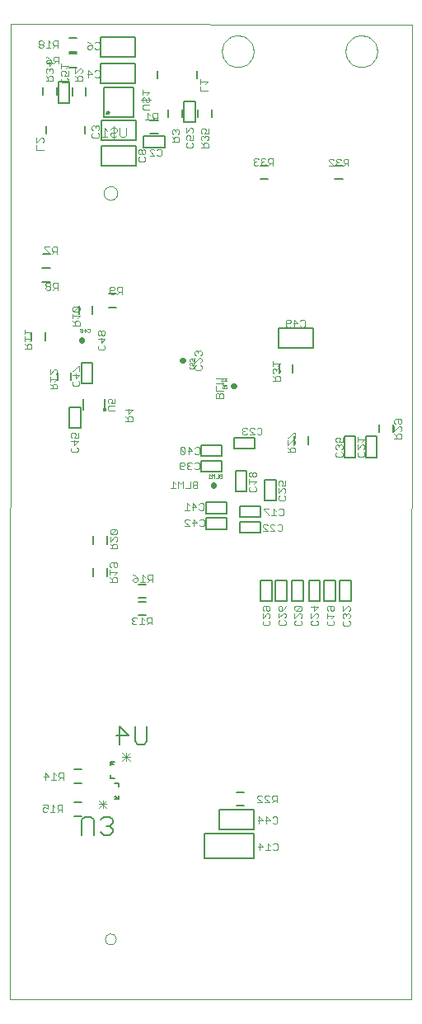
<source format=gbo>
G75*
%MOIN*%
%OFA0B0*%
%FSLAX24Y24*%
%IPPOS*%
%LPD*%
%AMOC8*
5,1,8,0,0,1.08239X$1,22.5*
%
%ADD10C,0.0000*%
%ADD11C,0.0030*%
%ADD12C,0.0080*%
%ADD13C,0.0060*%
%ADD14C,0.0220*%
%ADD15C,0.0010*%
%ADD16C,0.0050*%
%ADD17R,0.0118X0.0118*%
D10*
X002495Y003425D02*
X002515Y042865D01*
X018747Y042855D01*
X018717Y003425D01*
X002495Y003425D01*
X006338Y005873D02*
X006340Y005902D01*
X006346Y005930D01*
X006355Y005958D01*
X006368Y005984D01*
X006385Y006007D01*
X006404Y006029D01*
X006426Y006048D01*
X006451Y006063D01*
X006477Y006076D01*
X006505Y006084D01*
X006533Y006089D01*
X006562Y006090D01*
X006591Y006087D01*
X006619Y006080D01*
X006646Y006070D01*
X006672Y006056D01*
X006695Y006039D01*
X006716Y006019D01*
X006734Y005996D01*
X006749Y005971D01*
X006760Y005944D01*
X006768Y005916D01*
X006772Y005887D01*
X006772Y005859D01*
X006768Y005830D01*
X006760Y005802D01*
X006749Y005775D01*
X006734Y005750D01*
X006716Y005727D01*
X006695Y005707D01*
X006672Y005690D01*
X006646Y005676D01*
X006619Y005666D01*
X006591Y005659D01*
X006562Y005656D01*
X006533Y005657D01*
X006505Y005662D01*
X006477Y005670D01*
X006451Y005683D01*
X006426Y005698D01*
X006404Y005717D01*
X006385Y005739D01*
X006368Y005762D01*
X006355Y005788D01*
X006346Y005816D01*
X006340Y005844D01*
X006338Y005873D01*
X006279Y036031D02*
X006281Y036064D01*
X006287Y036096D01*
X006296Y036127D01*
X006309Y036157D01*
X006326Y036185D01*
X006346Y036211D01*
X006369Y036235D01*
X006394Y036255D01*
X006422Y036273D01*
X006451Y036287D01*
X006482Y036297D01*
X006514Y036304D01*
X006547Y036307D01*
X006580Y036306D01*
X006612Y036301D01*
X006643Y036292D01*
X006674Y036280D01*
X006702Y036264D01*
X006729Y036245D01*
X006753Y036223D01*
X006774Y036198D01*
X006793Y036171D01*
X006808Y036142D01*
X006819Y036112D01*
X006827Y036080D01*
X006831Y036047D01*
X006831Y036015D01*
X006827Y035982D01*
X006819Y035950D01*
X006808Y035920D01*
X006793Y035891D01*
X006774Y035864D01*
X006753Y035839D01*
X006729Y035817D01*
X006702Y035798D01*
X006674Y035782D01*
X006643Y035770D01*
X006612Y035761D01*
X006580Y035756D01*
X006547Y035755D01*
X006514Y035758D01*
X006482Y035765D01*
X006451Y035775D01*
X006422Y035789D01*
X006394Y035807D01*
X006369Y035827D01*
X006346Y035851D01*
X006326Y035877D01*
X006309Y035905D01*
X006296Y035935D01*
X006287Y035966D01*
X006281Y035998D01*
X006279Y036031D01*
X011065Y041765D02*
X011067Y041815D01*
X011073Y041865D01*
X011083Y041914D01*
X011096Y041963D01*
X011114Y042010D01*
X011135Y042056D01*
X011159Y042099D01*
X011187Y042141D01*
X011218Y042181D01*
X011252Y042218D01*
X011289Y042252D01*
X011329Y042283D01*
X011371Y042311D01*
X011414Y042335D01*
X011460Y042356D01*
X011507Y042374D01*
X011556Y042387D01*
X011605Y042397D01*
X011655Y042403D01*
X011705Y042405D01*
X011755Y042403D01*
X011805Y042397D01*
X011854Y042387D01*
X011903Y042374D01*
X011950Y042356D01*
X011996Y042335D01*
X012039Y042311D01*
X012081Y042283D01*
X012121Y042252D01*
X012158Y042218D01*
X012192Y042181D01*
X012223Y042141D01*
X012251Y042099D01*
X012275Y042056D01*
X012296Y042010D01*
X012314Y041963D01*
X012327Y041914D01*
X012337Y041865D01*
X012343Y041815D01*
X012345Y041765D01*
X012343Y041715D01*
X012337Y041665D01*
X012327Y041616D01*
X012314Y041567D01*
X012296Y041520D01*
X012275Y041474D01*
X012251Y041431D01*
X012223Y041389D01*
X012192Y041349D01*
X012158Y041312D01*
X012121Y041278D01*
X012081Y041247D01*
X012039Y041219D01*
X011996Y041195D01*
X011950Y041174D01*
X011903Y041156D01*
X011854Y041143D01*
X011805Y041133D01*
X011755Y041127D01*
X011705Y041125D01*
X011655Y041127D01*
X011605Y041133D01*
X011556Y041143D01*
X011507Y041156D01*
X011460Y041174D01*
X011414Y041195D01*
X011371Y041219D01*
X011329Y041247D01*
X011289Y041278D01*
X011252Y041312D01*
X011218Y041349D01*
X011187Y041389D01*
X011159Y041431D01*
X011135Y041474D01*
X011114Y041520D01*
X011096Y041567D01*
X011083Y041616D01*
X011073Y041665D01*
X011067Y041715D01*
X011065Y041765D01*
X016065Y041765D02*
X016067Y041815D01*
X016073Y041865D01*
X016083Y041914D01*
X016096Y041963D01*
X016114Y042010D01*
X016135Y042056D01*
X016159Y042099D01*
X016187Y042141D01*
X016218Y042181D01*
X016252Y042218D01*
X016289Y042252D01*
X016329Y042283D01*
X016371Y042311D01*
X016414Y042335D01*
X016460Y042356D01*
X016507Y042374D01*
X016556Y042387D01*
X016605Y042397D01*
X016655Y042403D01*
X016705Y042405D01*
X016755Y042403D01*
X016805Y042397D01*
X016854Y042387D01*
X016903Y042374D01*
X016950Y042356D01*
X016996Y042335D01*
X017039Y042311D01*
X017081Y042283D01*
X017121Y042252D01*
X017158Y042218D01*
X017192Y042181D01*
X017223Y042141D01*
X017251Y042099D01*
X017275Y042056D01*
X017296Y042010D01*
X017314Y041963D01*
X017327Y041914D01*
X017337Y041865D01*
X017343Y041815D01*
X017345Y041765D01*
X017343Y041715D01*
X017337Y041665D01*
X017327Y041616D01*
X017314Y041567D01*
X017296Y041520D01*
X017275Y041474D01*
X017251Y041431D01*
X017223Y041389D01*
X017192Y041349D01*
X017158Y041312D01*
X017121Y041278D01*
X017081Y041247D01*
X017039Y041219D01*
X016996Y041195D01*
X016950Y041174D01*
X016903Y041156D01*
X016854Y041143D01*
X016805Y041133D01*
X016755Y041127D01*
X016705Y041125D01*
X016655Y041127D01*
X016605Y041133D01*
X016556Y041143D01*
X016507Y041156D01*
X016460Y041174D01*
X016414Y041195D01*
X016371Y041219D01*
X016329Y041247D01*
X016289Y041278D01*
X016252Y041312D01*
X016218Y041349D01*
X016187Y041389D01*
X016159Y041431D01*
X016135Y041474D01*
X016114Y041520D01*
X016096Y041567D01*
X016083Y041616D01*
X016073Y041665D01*
X016067Y041715D01*
X016065Y041765D01*
D11*
X016025Y037420D02*
X015977Y037372D01*
X015977Y037275D01*
X016025Y037227D01*
X016170Y037227D01*
X016073Y037227D02*
X015977Y037130D01*
X015875Y037178D02*
X015827Y037130D01*
X015730Y037130D01*
X015682Y037178D01*
X015682Y037227D01*
X015730Y037275D01*
X015779Y037275D01*
X015730Y037275D02*
X015682Y037323D01*
X015682Y037372D01*
X015730Y037420D01*
X015827Y037420D01*
X015875Y037372D01*
X016025Y037420D02*
X016170Y037420D01*
X016170Y037130D01*
X015581Y037130D02*
X015387Y037323D01*
X015387Y037372D01*
X015436Y037420D01*
X015532Y037420D01*
X015581Y037372D01*
X015581Y037130D02*
X015387Y037130D01*
X013130Y037150D02*
X013130Y037440D01*
X012985Y037440D01*
X012937Y037392D01*
X012937Y037295D01*
X012985Y037247D01*
X013130Y037247D01*
X013033Y037247D02*
X012937Y037150D01*
X012835Y037198D02*
X012787Y037150D01*
X012690Y037150D01*
X012642Y037198D01*
X012642Y037247D01*
X012690Y037295D01*
X012739Y037295D01*
X012690Y037295D02*
X012642Y037343D01*
X012642Y037392D01*
X012690Y037440D01*
X012787Y037440D01*
X012835Y037392D01*
X012541Y037392D02*
X012492Y037440D01*
X012396Y037440D01*
X012347Y037392D01*
X012347Y037343D01*
X012396Y037295D01*
X012347Y037247D01*
X012347Y037198D01*
X012396Y037150D01*
X012492Y037150D01*
X012541Y037198D01*
X012444Y037295D02*
X012396Y037295D01*
X010510Y037866D02*
X010510Y038011D01*
X010462Y038060D01*
X010365Y038060D01*
X010317Y038011D01*
X010317Y037866D01*
X010317Y037963D02*
X010220Y038060D01*
X010268Y038161D02*
X010220Y038209D01*
X010220Y038306D01*
X010268Y038354D01*
X010317Y038354D01*
X010365Y038306D01*
X010365Y038257D01*
X010365Y038306D02*
X010413Y038354D01*
X010462Y038354D01*
X010510Y038306D01*
X010510Y038209D01*
X010462Y038161D01*
X010510Y038455D02*
X010365Y038455D01*
X010413Y038552D01*
X010413Y038600D01*
X010365Y038649D01*
X010268Y038649D01*
X010220Y038600D01*
X010220Y038504D01*
X010268Y038455D01*
X010510Y038455D02*
X010510Y038649D01*
X009900Y038610D02*
X009900Y038514D01*
X009852Y038465D01*
X009900Y038364D02*
X009900Y038171D01*
X009755Y038171D01*
X009803Y038267D01*
X009803Y038316D01*
X009755Y038364D01*
X009658Y038364D01*
X009610Y038316D01*
X009610Y038219D01*
X009658Y038171D01*
X009658Y038070D02*
X009610Y038021D01*
X009610Y037924D01*
X009658Y037876D01*
X009852Y037876D01*
X009900Y037924D01*
X009900Y038021D01*
X009852Y038070D01*
X010220Y037866D02*
X010510Y037866D01*
X009900Y038610D02*
X009852Y038659D01*
X009803Y038659D01*
X009610Y038465D01*
X009610Y038659D01*
X009330Y038560D02*
X009330Y038464D01*
X009282Y038415D01*
X009282Y038314D02*
X009185Y038314D01*
X009137Y038266D01*
X009137Y038121D01*
X009137Y038217D02*
X009040Y038314D01*
X009088Y038415D02*
X009040Y038464D01*
X009040Y038560D01*
X009088Y038609D01*
X009137Y038609D01*
X009185Y038560D01*
X009185Y038512D01*
X009185Y038560D02*
X009233Y038609D01*
X009282Y038609D01*
X009330Y038560D01*
X009282Y038314D02*
X009330Y038266D01*
X009330Y038121D01*
X009040Y038121D01*
X008630Y037772D02*
X008630Y037578D01*
X008582Y037530D01*
X008485Y037530D01*
X008437Y037578D01*
X008335Y037530D02*
X008142Y037723D01*
X008142Y037772D01*
X008190Y037820D01*
X008287Y037820D01*
X008335Y037772D01*
X008437Y037772D02*
X008485Y037820D01*
X008582Y037820D01*
X008630Y037772D01*
X008335Y037530D02*
X008142Y037530D01*
X007970Y037455D02*
X007970Y037358D01*
X007922Y037310D01*
X007728Y037310D01*
X007680Y037358D01*
X007680Y037455D01*
X007728Y037503D01*
X007728Y037605D02*
X007777Y037605D01*
X007825Y037653D01*
X007825Y037750D01*
X007777Y037798D01*
X007728Y037798D01*
X007680Y037750D01*
X007680Y037653D01*
X007728Y037605D01*
X007825Y037653D02*
X007873Y037605D01*
X007922Y037605D01*
X007970Y037653D01*
X007970Y037750D01*
X007922Y037798D01*
X007873Y037798D01*
X007825Y037750D01*
X007922Y037503D02*
X007970Y037455D01*
X007113Y038300D02*
X006990Y038300D01*
X006928Y038362D01*
X006928Y038670D01*
X006807Y038609D02*
X006745Y038670D01*
X006621Y038670D01*
X006560Y038609D01*
X006438Y038547D02*
X006315Y038670D01*
X006315Y038300D01*
X006438Y038300D02*
X006191Y038300D01*
X006090Y038319D02*
X006042Y038271D01*
X005848Y038271D01*
X005800Y038319D01*
X005800Y038416D01*
X005848Y038464D01*
X005848Y038565D02*
X005800Y038614D01*
X005800Y038710D01*
X005848Y038759D01*
X005897Y038759D01*
X005945Y038710D01*
X005945Y038662D01*
X005945Y038710D02*
X005993Y038759D01*
X006042Y038759D01*
X006090Y038710D01*
X006090Y038614D01*
X006042Y038565D01*
X006042Y038464D02*
X006090Y038416D01*
X006090Y038319D01*
X006560Y038362D02*
X006560Y038423D01*
X006621Y038485D01*
X006745Y038485D01*
X006807Y038547D01*
X006807Y038609D01*
X006683Y038732D02*
X006683Y038238D01*
X006621Y038300D02*
X006560Y038362D01*
X006621Y038300D02*
X006745Y038300D01*
X006807Y038362D01*
X007113Y038300D02*
X007175Y038362D01*
X007175Y038670D01*
X007952Y038990D02*
X008145Y038990D01*
X008049Y038990D02*
X008049Y039280D01*
X008145Y039183D01*
X008247Y039135D02*
X008295Y039087D01*
X008440Y039087D01*
X008343Y039087D02*
X008247Y038990D01*
X008247Y039135D02*
X008247Y039232D01*
X008295Y039280D01*
X008440Y039280D01*
X008440Y038990D01*
X008130Y039410D02*
X007888Y039410D01*
X007840Y039458D01*
X007840Y039555D01*
X007888Y039603D01*
X008130Y039603D01*
X008082Y039705D02*
X008130Y039753D01*
X008130Y039850D01*
X008082Y039898D01*
X007985Y039850D02*
X007985Y039753D01*
X008033Y039705D01*
X008082Y039705D01*
X008179Y039801D02*
X007792Y039801D01*
X007840Y039753D02*
X007840Y039850D01*
X007888Y039898D01*
X007937Y039898D01*
X007985Y039850D01*
X008033Y039999D02*
X008130Y040096D01*
X007840Y040096D01*
X007840Y039999D02*
X007840Y040193D01*
X007840Y039753D02*
X007888Y039705D01*
X006110Y040748D02*
X006062Y040700D01*
X005965Y040700D01*
X005917Y040748D01*
X005815Y040845D02*
X005622Y040845D01*
X005670Y040700D02*
X005670Y040990D01*
X005815Y040845D01*
X005917Y040942D02*
X005965Y040990D01*
X006062Y040990D01*
X006110Y040942D01*
X006110Y040748D01*
X005410Y040725D02*
X005362Y040773D01*
X005265Y040773D01*
X005217Y040725D01*
X005217Y040580D01*
X005217Y040677D02*
X005120Y040773D01*
X005120Y040875D02*
X005313Y041068D01*
X005362Y041068D01*
X005410Y041020D01*
X005410Y040923D01*
X005362Y040875D01*
X005410Y040725D02*
X005410Y040580D01*
X005120Y040580D01*
X004840Y040538D02*
X004792Y040490D01*
X004598Y040490D01*
X004550Y040538D01*
X004550Y040635D01*
X004598Y040683D01*
X004598Y040785D02*
X004550Y040833D01*
X004550Y040930D01*
X004598Y040978D01*
X004695Y040978D01*
X004743Y040930D01*
X004743Y040881D01*
X004695Y040785D01*
X004840Y040785D01*
X004840Y040978D01*
X004743Y041079D02*
X004840Y041176D01*
X004550Y041176D01*
X004550Y041079D02*
X004550Y041273D01*
X004450Y041260D02*
X004450Y041550D01*
X004305Y041550D01*
X004257Y041502D01*
X004257Y041405D01*
X004305Y041357D01*
X004450Y041357D01*
X004353Y041357D02*
X004257Y041260D01*
X004230Y041304D02*
X004085Y041159D01*
X004085Y041353D01*
X004155Y041308D02*
X004107Y041260D01*
X004010Y041260D01*
X003962Y041308D01*
X003962Y041357D01*
X004010Y041405D01*
X004155Y041405D01*
X004155Y041308D01*
X004230Y041304D02*
X003940Y041304D01*
X004059Y041502D02*
X003962Y041550D01*
X004059Y041502D02*
X004155Y041405D01*
X004133Y041058D02*
X004085Y041010D01*
X004037Y041058D01*
X003988Y041058D01*
X003940Y041010D01*
X003940Y040913D01*
X003988Y040865D01*
X003940Y040763D02*
X004037Y040667D01*
X004037Y040715D02*
X004037Y040570D01*
X003940Y040570D02*
X004230Y040570D01*
X004230Y040715D01*
X004182Y040763D01*
X004085Y040763D01*
X004037Y040715D01*
X004182Y040865D02*
X004230Y040913D01*
X004230Y041010D01*
X004182Y041058D01*
X004133Y041058D01*
X004085Y041010D02*
X004085Y040961D01*
X004039Y041910D02*
X004039Y042200D01*
X004135Y042103D01*
X004237Y042055D02*
X004285Y042007D01*
X004430Y042007D01*
X004333Y042007D02*
X004237Y041910D01*
X004135Y041910D02*
X003942Y041910D01*
X003841Y041958D02*
X003841Y042007D01*
X003792Y042055D01*
X003696Y042055D01*
X003647Y042007D01*
X003647Y041958D01*
X003696Y041910D01*
X003792Y041910D01*
X003841Y041958D01*
X003792Y042055D02*
X003841Y042103D01*
X003841Y042152D01*
X003792Y042200D01*
X003696Y042200D01*
X003647Y042152D01*
X003647Y042103D01*
X003696Y042055D01*
X004237Y042055D02*
X004237Y042152D01*
X004285Y042200D01*
X004430Y042200D01*
X004430Y041910D01*
X005120Y041068D02*
X005120Y040875D01*
X004840Y040635D02*
X004840Y040538D01*
X004840Y040635D02*
X004792Y040683D01*
X005670Y041850D02*
X005622Y041898D01*
X005622Y041947D01*
X005670Y041995D01*
X005815Y041995D01*
X005815Y041898D01*
X005767Y041850D01*
X005670Y041850D01*
X005815Y041995D02*
X005719Y042092D01*
X005622Y042140D01*
X005917Y042092D02*
X005965Y042140D01*
X006062Y042140D01*
X006110Y042092D01*
X006110Y041898D01*
X006062Y041850D01*
X005965Y041850D01*
X005917Y041898D01*
X003812Y038269D02*
X003860Y038220D01*
X003860Y038124D01*
X003812Y038075D01*
X003812Y038269D02*
X003763Y038269D01*
X003570Y038075D01*
X003570Y038269D01*
X003570Y037974D02*
X003570Y037781D01*
X003860Y037781D01*
X003902Y033860D02*
X003902Y033812D01*
X004095Y033618D01*
X004095Y033570D01*
X004197Y033570D02*
X004293Y033667D01*
X004245Y033667D02*
X004390Y033667D01*
X004390Y033570D02*
X004390Y033860D01*
X004245Y033860D01*
X004197Y033812D01*
X004197Y033715D01*
X004245Y033667D01*
X004095Y033860D02*
X003902Y033860D01*
X003980Y032410D02*
X003932Y032362D01*
X003932Y032313D01*
X003980Y032265D01*
X004077Y032265D01*
X004125Y032313D01*
X004125Y032362D01*
X004077Y032410D01*
X003980Y032410D01*
X003980Y032265D02*
X003932Y032217D01*
X003932Y032168D01*
X003980Y032120D01*
X004077Y032120D01*
X004125Y032168D01*
X004125Y032217D01*
X004077Y032265D01*
X004227Y032265D02*
X004275Y032217D01*
X004420Y032217D01*
X004323Y032217D02*
X004227Y032120D01*
X004227Y032265D02*
X004227Y032362D01*
X004275Y032410D01*
X004420Y032410D01*
X004420Y032120D01*
X005068Y031449D02*
X005020Y031400D01*
X005020Y031304D01*
X005068Y031255D01*
X005262Y031449D01*
X005068Y031449D01*
X005068Y031255D02*
X005262Y031255D01*
X005310Y031304D01*
X005310Y031400D01*
X005262Y031449D01*
X005020Y031154D02*
X005020Y030961D01*
X005020Y031057D02*
X005310Y031057D01*
X005213Y030961D01*
X005165Y030860D02*
X005117Y030811D01*
X005117Y030666D01*
X005117Y030763D02*
X005020Y030860D01*
X005165Y030860D02*
X005262Y030860D01*
X005310Y030811D01*
X005310Y030666D01*
X005020Y030666D01*
X005252Y029029D02*
X005058Y028835D01*
X005010Y028835D01*
X005010Y028686D02*
X005300Y028686D01*
X005155Y028541D01*
X005155Y028734D01*
X005300Y028835D02*
X005300Y029029D01*
X005252Y029029D01*
X005252Y028440D02*
X005300Y028391D01*
X005300Y028294D01*
X005252Y028246D01*
X005058Y028246D01*
X005010Y028294D01*
X005010Y028391D01*
X005058Y028440D01*
X004400Y028517D02*
X004303Y028421D01*
X004255Y028320D02*
X004207Y028271D01*
X004207Y028126D01*
X004207Y028223D02*
X004110Y028320D01*
X004110Y028421D02*
X004110Y028614D01*
X004110Y028517D02*
X004400Y028517D01*
X004352Y028320D02*
X004255Y028320D01*
X004352Y028320D02*
X004400Y028271D01*
X004400Y028126D01*
X004110Y028126D01*
X004110Y028715D02*
X004303Y028909D01*
X004352Y028909D01*
X004400Y028860D01*
X004400Y028764D01*
X004352Y028715D01*
X004110Y028715D02*
X004110Y028909D01*
X003370Y029736D02*
X003370Y029881D01*
X003322Y029930D01*
X003225Y029930D01*
X003177Y029881D01*
X003177Y029736D01*
X003177Y029833D02*
X003080Y029930D01*
X003080Y030031D02*
X003080Y030224D01*
X003080Y030127D02*
X003370Y030127D01*
X003273Y030031D01*
X003273Y030325D02*
X003370Y030422D01*
X003080Y030422D01*
X003080Y030325D02*
X003080Y030519D01*
X003080Y029736D02*
X003370Y029736D01*
X004998Y026339D02*
X004950Y026290D01*
X004950Y026194D01*
X004998Y026145D01*
X005095Y026145D02*
X005143Y026242D01*
X005143Y026290D01*
X005095Y026339D01*
X004998Y026339D01*
X005095Y026145D02*
X005240Y026145D01*
X005240Y026339D01*
X005095Y026044D02*
X005095Y025851D01*
X005240Y025996D01*
X004950Y025996D01*
X004998Y025750D02*
X004950Y025701D01*
X004950Y025604D01*
X004998Y025556D01*
X005192Y025556D01*
X005240Y025604D01*
X005240Y025701D01*
X005192Y025750D01*
X006488Y027230D02*
X006440Y027278D01*
X006440Y027375D01*
X006488Y027423D01*
X006730Y027423D01*
X006730Y027525D02*
X006585Y027525D01*
X006633Y027621D01*
X006633Y027670D01*
X006585Y027718D01*
X006488Y027718D01*
X006440Y027670D01*
X006440Y027573D01*
X006488Y027525D01*
X006730Y027525D02*
X006730Y027718D01*
X006730Y027230D02*
X006488Y027230D01*
X007150Y027260D02*
X007440Y027260D01*
X007295Y027115D01*
X007295Y027309D01*
X007295Y027014D02*
X007247Y026966D01*
X007247Y026821D01*
X007247Y026917D02*
X007150Y027014D01*
X007295Y027014D02*
X007392Y027014D01*
X007440Y026966D01*
X007440Y026821D01*
X007150Y026821D01*
X006282Y029690D02*
X006088Y029690D01*
X006040Y029738D01*
X006040Y029835D01*
X006088Y029883D01*
X006185Y029985D02*
X006185Y030178D01*
X006137Y030279D02*
X006088Y030279D01*
X006040Y030328D01*
X006040Y030424D01*
X006088Y030473D01*
X006137Y030473D01*
X006185Y030424D01*
X006185Y030328D01*
X006233Y030279D01*
X006282Y030279D01*
X006330Y030328D01*
X006330Y030424D01*
X006282Y030473D01*
X006233Y030473D01*
X006185Y030424D01*
X006185Y030328D02*
X006137Y030279D01*
X006040Y030130D02*
X006330Y030130D01*
X006185Y029985D01*
X006282Y029883D02*
X006330Y029835D01*
X006330Y029738D01*
X006282Y029690D01*
X006580Y031950D02*
X006532Y031998D01*
X006532Y032192D01*
X006580Y032240D01*
X006677Y032240D01*
X006725Y032192D01*
X006725Y032143D01*
X006677Y032095D01*
X006532Y032095D01*
X006580Y031950D02*
X006677Y031950D01*
X006725Y031998D01*
X006827Y031950D02*
X006923Y032047D01*
X006875Y032047D02*
X007020Y032047D01*
X007020Y031950D02*
X007020Y032240D01*
X006875Y032240D01*
X006827Y032192D01*
X006827Y032095D01*
X006875Y032047D01*
X009960Y029614D02*
X009960Y029518D01*
X010008Y029469D01*
X009960Y029368D02*
X009960Y029175D01*
X010153Y029368D01*
X010202Y029368D01*
X010250Y029320D01*
X010250Y029223D01*
X010202Y029175D01*
X010202Y029073D02*
X010250Y029025D01*
X010250Y028928D01*
X010202Y028880D01*
X010008Y028880D01*
X009960Y028928D01*
X009960Y029025D01*
X010008Y029073D01*
X010202Y029469D02*
X010250Y029518D01*
X010250Y029614D01*
X010202Y029663D01*
X010153Y029663D01*
X010105Y029614D01*
X010057Y029663D01*
X010008Y029663D01*
X009960Y029614D01*
X010105Y029614D02*
X010105Y029566D01*
X010820Y028529D02*
X011110Y028529D01*
X011013Y028432D01*
X011110Y028335D01*
X010820Y028335D01*
X010820Y028234D02*
X010820Y028041D01*
X011110Y028041D01*
X011062Y027940D02*
X011013Y027940D01*
X010965Y027891D01*
X010965Y027746D01*
X010820Y027746D02*
X010820Y027891D01*
X010868Y027940D01*
X010917Y027940D01*
X010965Y027891D01*
X011062Y027940D02*
X011110Y027891D01*
X011110Y027746D01*
X010820Y027746D01*
X011936Y026550D02*
X011887Y026502D01*
X011887Y026453D01*
X011936Y026405D01*
X011887Y026357D01*
X011887Y026308D01*
X011936Y026260D01*
X012032Y026260D01*
X012081Y026308D01*
X012182Y026260D02*
X012375Y026260D01*
X012182Y026453D01*
X012182Y026502D01*
X012230Y026550D01*
X012327Y026550D01*
X012375Y026502D01*
X012477Y026502D02*
X012525Y026550D01*
X012622Y026550D01*
X012670Y026502D01*
X012670Y026308D01*
X012622Y026260D01*
X012525Y026260D01*
X012477Y026308D01*
X012081Y026502D02*
X012032Y026550D01*
X011936Y026550D01*
X011936Y026405D02*
X011984Y026405D01*
X012208Y024753D02*
X012160Y024704D01*
X012160Y024608D01*
X012208Y024559D01*
X012257Y024559D01*
X012305Y024608D01*
X012305Y024704D01*
X012257Y024753D01*
X012208Y024753D01*
X012305Y024704D02*
X012353Y024753D01*
X012402Y024753D01*
X012450Y024704D01*
X012450Y024608D01*
X012402Y024559D01*
X012353Y024559D01*
X012305Y024608D01*
X012160Y024458D02*
X012160Y024265D01*
X012160Y024361D02*
X012450Y024361D01*
X012353Y024265D01*
X012402Y024163D02*
X012450Y024115D01*
X012450Y024018D01*
X012402Y023970D01*
X012208Y023970D01*
X012160Y024018D01*
X012160Y024115D01*
X012208Y024163D01*
X012761Y023280D02*
X012761Y023232D01*
X012955Y023038D01*
X012955Y022990D01*
X013056Y022990D02*
X013249Y022990D01*
X013153Y022990D02*
X013153Y023280D01*
X013249Y023183D01*
X013350Y023232D02*
X013399Y023280D01*
X013496Y023280D01*
X013544Y023232D01*
X013544Y023038D01*
X013496Y022990D01*
X013399Y022990D01*
X013350Y023038D01*
X013355Y022650D02*
X013452Y022650D01*
X013500Y022602D01*
X013500Y022408D01*
X013452Y022360D01*
X013355Y022360D01*
X013307Y022408D01*
X013205Y022360D02*
X013012Y022553D01*
X013012Y022602D01*
X013060Y022650D01*
X013157Y022650D01*
X013205Y022602D01*
X013307Y022602D02*
X013355Y022650D01*
X013205Y022360D02*
X013012Y022360D01*
X012911Y022360D02*
X012717Y022553D01*
X012717Y022602D01*
X012766Y022650D01*
X012862Y022650D01*
X012911Y022602D01*
X012911Y022360D02*
X012717Y022360D01*
X012761Y023280D02*
X012955Y023280D01*
X013340Y023654D02*
X013340Y023751D01*
X013388Y023800D01*
X013340Y023901D02*
X013533Y024094D01*
X013582Y024094D01*
X013630Y024046D01*
X013630Y023949D01*
X013582Y023901D01*
X013582Y023800D02*
X013630Y023751D01*
X013630Y023654D01*
X013582Y023606D01*
X013388Y023606D01*
X013340Y023654D01*
X013340Y023901D02*
X013340Y024094D01*
X013388Y024195D02*
X013340Y024244D01*
X013340Y024340D01*
X013388Y024389D01*
X013485Y024389D01*
X013533Y024340D01*
X013533Y024292D01*
X013485Y024195D01*
X013630Y024195D01*
X013630Y024389D01*
X013720Y025556D02*
X014010Y025556D01*
X014010Y025701D01*
X013962Y025750D01*
X013865Y025750D01*
X013817Y025701D01*
X013817Y025556D01*
X013817Y025653D02*
X013720Y025750D01*
X013720Y025851D02*
X013913Y026044D01*
X013962Y026044D01*
X014010Y025996D01*
X014010Y025899D01*
X013962Y025851D01*
X013720Y025851D02*
X013720Y026044D01*
X013720Y026145D02*
X013768Y026145D01*
X013962Y026339D01*
X014010Y026339D01*
X014010Y026145D01*
X013410Y028446D02*
X013120Y028446D01*
X013217Y028446D02*
X013217Y028591D01*
X013265Y028640D01*
X013362Y028640D01*
X013410Y028591D01*
X013410Y028446D01*
X013217Y028543D02*
X013120Y028640D01*
X013168Y028741D02*
X013120Y028789D01*
X013120Y028886D01*
X013168Y028934D01*
X013217Y028934D01*
X013265Y028886D01*
X013265Y028837D01*
X013265Y028886D02*
X013313Y028934D01*
X013362Y028934D01*
X013410Y028886D01*
X013410Y028789D01*
X013362Y028741D01*
X013313Y029035D02*
X013410Y029132D01*
X013120Y029132D01*
X013120Y029035D02*
X013120Y029229D01*
X013696Y030620D02*
X013647Y030668D01*
X013647Y030862D01*
X013696Y030910D01*
X013792Y030910D01*
X013841Y030862D01*
X013841Y030813D01*
X013792Y030765D01*
X013647Y030765D01*
X013696Y030620D02*
X013792Y030620D01*
X013841Y030668D01*
X013942Y030765D02*
X014135Y030765D01*
X013990Y030910D01*
X013990Y030620D01*
X014237Y030668D02*
X014285Y030620D01*
X014382Y030620D01*
X014430Y030668D01*
X014430Y030862D01*
X014382Y030910D01*
X014285Y030910D01*
X014237Y030862D01*
X015708Y026153D02*
X015660Y026104D01*
X015660Y026008D01*
X015708Y025959D01*
X015805Y025959D02*
X015853Y026056D01*
X015853Y026104D01*
X015805Y026153D01*
X015708Y026153D01*
X015805Y025959D02*
X015950Y025959D01*
X015950Y026153D01*
X015902Y025858D02*
X015853Y025858D01*
X015805Y025810D01*
X015757Y025858D01*
X015708Y025858D01*
X015660Y025810D01*
X015660Y025713D01*
X015708Y025665D01*
X015708Y025563D02*
X015660Y025515D01*
X015660Y025418D01*
X015708Y025370D01*
X015902Y025370D01*
X015950Y025418D01*
X015950Y025515D01*
X015902Y025563D01*
X015902Y025665D02*
X015950Y025713D01*
X015950Y025810D01*
X015902Y025858D01*
X015805Y025810D02*
X015805Y025761D01*
X016540Y025675D02*
X016733Y025868D01*
X016782Y025868D01*
X016830Y025820D01*
X016830Y025723D01*
X016782Y025675D01*
X016782Y025573D02*
X016830Y025525D01*
X016830Y025428D01*
X016782Y025380D01*
X016588Y025380D01*
X016540Y025428D01*
X016540Y025525D01*
X016588Y025573D01*
X016540Y025675D02*
X016540Y025868D01*
X016540Y025969D02*
X016540Y026163D01*
X016540Y026066D02*
X016830Y026066D01*
X016733Y025969D01*
X018030Y026106D02*
X018320Y026106D01*
X018320Y026251D01*
X018272Y026300D01*
X018175Y026300D01*
X018127Y026251D01*
X018127Y026106D01*
X018127Y026203D02*
X018030Y026300D01*
X018030Y026401D02*
X018223Y026594D01*
X018272Y026594D01*
X018320Y026546D01*
X018320Y026449D01*
X018272Y026401D01*
X018030Y026401D02*
X018030Y026594D01*
X018078Y026695D02*
X018030Y026744D01*
X018030Y026840D01*
X018078Y026889D01*
X018272Y026889D01*
X018320Y026840D01*
X018320Y026744D01*
X018272Y026695D01*
X018223Y026695D01*
X018175Y026744D01*
X018175Y026889D01*
X016192Y019329D02*
X016143Y019329D01*
X015950Y019135D01*
X015950Y019329D01*
X016192Y019329D02*
X016240Y019280D01*
X016240Y019184D01*
X016192Y019135D01*
X016192Y019034D02*
X016143Y019034D01*
X016095Y018986D01*
X016047Y019034D01*
X015998Y019034D01*
X015950Y018986D01*
X015950Y018889D01*
X015998Y018841D01*
X015998Y018740D02*
X015950Y018691D01*
X015950Y018594D01*
X015998Y018546D01*
X016192Y018546D01*
X016240Y018594D01*
X016240Y018691D01*
X016192Y018740D01*
X016192Y018841D02*
X016240Y018889D01*
X016240Y018986D01*
X016192Y019034D01*
X016095Y018986D02*
X016095Y018937D01*
X015600Y018947D02*
X015310Y018947D01*
X015310Y018851D02*
X015310Y019044D01*
X015358Y019145D02*
X015310Y019194D01*
X015310Y019290D01*
X015358Y019339D01*
X015552Y019339D01*
X015600Y019290D01*
X015600Y019194D01*
X015552Y019145D01*
X015503Y019145D01*
X015455Y019194D01*
X015455Y019339D01*
X015600Y018947D02*
X015503Y018851D01*
X015552Y018750D02*
X015600Y018701D01*
X015600Y018604D01*
X015552Y018556D01*
X015358Y018556D01*
X015310Y018604D01*
X015310Y018701D01*
X015358Y018750D01*
X014950Y018701D02*
X014950Y018604D01*
X014902Y018556D01*
X014708Y018556D01*
X014660Y018604D01*
X014660Y018701D01*
X014708Y018750D01*
X014660Y018851D02*
X014853Y019044D01*
X014902Y019044D01*
X014950Y018996D01*
X014950Y018899D01*
X014902Y018851D01*
X014902Y018750D02*
X014950Y018701D01*
X014660Y018851D02*
X014660Y019044D01*
X014805Y019145D02*
X014805Y019339D01*
X014660Y019290D02*
X014950Y019290D01*
X014805Y019145D01*
X014290Y019194D02*
X014290Y019290D01*
X014242Y019339D01*
X014048Y019145D01*
X014000Y019194D01*
X014000Y019290D01*
X014048Y019339D01*
X014242Y019339D01*
X014290Y019194D02*
X014242Y019145D01*
X014048Y019145D01*
X014000Y019044D02*
X014000Y018851D01*
X014193Y019044D01*
X014242Y019044D01*
X014290Y018996D01*
X014290Y018899D01*
X014242Y018851D01*
X014242Y018750D02*
X014290Y018701D01*
X014290Y018604D01*
X014242Y018556D01*
X014048Y018556D01*
X014000Y018604D01*
X014000Y018701D01*
X014048Y018750D01*
X013640Y018711D02*
X013640Y018614D01*
X013592Y018566D01*
X013398Y018566D01*
X013350Y018614D01*
X013350Y018711D01*
X013398Y018760D01*
X013350Y018861D02*
X013543Y019054D01*
X013592Y019054D01*
X013640Y019006D01*
X013640Y018909D01*
X013592Y018861D01*
X013592Y018760D02*
X013640Y018711D01*
X013495Y019155D02*
X013495Y019300D01*
X013447Y019349D01*
X013398Y019349D01*
X013350Y019300D01*
X013350Y019204D01*
X013398Y019155D01*
X013495Y019155D01*
X013592Y019252D01*
X013640Y019349D01*
X013350Y019054D02*
X013350Y018861D01*
X013000Y018899D02*
X012952Y018851D01*
X013000Y018899D02*
X013000Y018996D01*
X012952Y019044D01*
X012903Y019044D01*
X012710Y018851D01*
X012710Y019044D01*
X012758Y019145D02*
X012710Y019194D01*
X012710Y019290D01*
X012758Y019339D01*
X012952Y019339D01*
X013000Y019290D01*
X013000Y019194D01*
X012952Y019145D01*
X012903Y019145D01*
X012855Y019194D01*
X012855Y019339D01*
X012758Y018750D02*
X012710Y018701D01*
X012710Y018604D01*
X012758Y018556D01*
X012952Y018556D01*
X013000Y018604D01*
X013000Y018701D01*
X012952Y018750D01*
X010302Y022560D02*
X010350Y022608D01*
X010350Y022802D01*
X010302Y022850D01*
X010205Y022850D01*
X010157Y022802D01*
X010055Y022705D02*
X009862Y022705D01*
X009761Y022802D02*
X009712Y022850D01*
X009616Y022850D01*
X009567Y022802D01*
X009567Y022753D01*
X009761Y022560D01*
X009567Y022560D01*
X009547Y023210D02*
X009741Y023210D01*
X009644Y023210D02*
X009644Y023500D01*
X009741Y023403D01*
X009842Y023355D02*
X010035Y023355D01*
X009890Y023500D01*
X009890Y023210D01*
X010137Y023258D02*
X010185Y023210D01*
X010282Y023210D01*
X010330Y023258D01*
X010330Y023452D01*
X010282Y023500D01*
X010185Y023500D01*
X010137Y023452D01*
X010070Y024090D02*
X009925Y024090D01*
X009877Y024138D01*
X009877Y024187D01*
X009925Y024235D01*
X010070Y024235D01*
X010070Y024090D02*
X010070Y024380D01*
X009925Y024380D01*
X009877Y024332D01*
X009877Y024283D01*
X009925Y024235D01*
X009775Y024380D02*
X009775Y024090D01*
X009582Y024090D01*
X009481Y024090D02*
X009481Y024380D01*
X009384Y024283D01*
X009287Y024380D01*
X009287Y024090D01*
X009186Y024090D02*
X008993Y024090D01*
X009089Y024090D02*
X009089Y024380D01*
X009186Y024283D01*
X009416Y024860D02*
X009367Y024908D01*
X009367Y025102D01*
X009416Y025150D01*
X009512Y025150D01*
X009561Y025102D01*
X009561Y025053D01*
X009512Y025005D01*
X009367Y025005D01*
X009416Y024860D02*
X009512Y024860D01*
X009561Y024908D01*
X009662Y024908D02*
X009710Y024860D01*
X009807Y024860D01*
X009855Y024908D01*
X009957Y024908D02*
X010005Y024860D01*
X010102Y024860D01*
X010150Y024908D01*
X010150Y025102D01*
X010102Y025150D01*
X010005Y025150D01*
X009957Y025102D01*
X009855Y025102D02*
X009807Y025150D01*
X009710Y025150D01*
X009662Y025102D01*
X009662Y025053D01*
X009710Y025005D01*
X009662Y024957D01*
X009662Y024908D01*
X009710Y025005D02*
X009759Y025005D01*
X009720Y025470D02*
X009720Y025760D01*
X009865Y025615D01*
X009672Y025615D01*
X009571Y025518D02*
X009377Y025712D01*
X009377Y025518D01*
X009426Y025470D01*
X009522Y025470D01*
X009571Y025518D01*
X009571Y025712D01*
X009522Y025760D01*
X009426Y025760D01*
X009377Y025712D01*
X009967Y025712D02*
X010015Y025760D01*
X010112Y025760D01*
X010160Y025712D01*
X010160Y025518D01*
X010112Y025470D01*
X010015Y025470D01*
X009967Y025518D01*
X009910Y022850D02*
X010055Y022705D01*
X010157Y022608D02*
X010205Y022560D01*
X010302Y022560D01*
X009910Y022560D02*
X009910Y022850D01*
X008240Y020610D02*
X008095Y020610D01*
X008047Y020562D01*
X008047Y020465D01*
X008095Y020417D01*
X008240Y020417D01*
X008143Y020417D02*
X008047Y020320D01*
X007945Y020320D02*
X007752Y020320D01*
X007849Y020320D02*
X007849Y020610D01*
X007945Y020513D01*
X007651Y020465D02*
X007506Y020465D01*
X007457Y020417D01*
X007457Y020368D01*
X007506Y020320D01*
X007602Y020320D01*
X007651Y020368D01*
X007651Y020465D01*
X007554Y020562D01*
X007457Y020610D01*
X006820Y020697D02*
X006530Y020697D01*
X006530Y020601D02*
X006530Y020794D01*
X006578Y020895D02*
X006530Y020944D01*
X006530Y021040D01*
X006578Y021089D01*
X006772Y021089D01*
X006820Y021040D01*
X006820Y020944D01*
X006772Y020895D01*
X006723Y020895D01*
X006675Y020944D01*
X006675Y021089D01*
X006820Y020697D02*
X006723Y020601D01*
X006675Y020500D02*
X006627Y020451D01*
X006627Y020306D01*
X006627Y020403D02*
X006530Y020500D01*
X006675Y020500D02*
X006772Y020500D01*
X006820Y020451D01*
X006820Y020306D01*
X006530Y020306D01*
X006540Y021660D02*
X006830Y021660D01*
X006830Y021805D01*
X006782Y021853D01*
X006685Y021853D01*
X006637Y021805D01*
X006637Y021660D01*
X006637Y021757D02*
X006540Y021853D01*
X006540Y021955D02*
X006733Y022148D01*
X006782Y022148D01*
X006830Y022100D01*
X006830Y022003D01*
X006782Y021955D01*
X006540Y021955D02*
X006540Y022148D01*
X006588Y022249D02*
X006540Y022298D01*
X006540Y022394D01*
X006588Y022443D01*
X006782Y022443D01*
X006588Y022249D01*
X006782Y022249D01*
X006830Y022298D01*
X006830Y022394D01*
X006782Y022443D01*
X008240Y020610D02*
X008240Y020320D01*
X008220Y018880D02*
X008075Y018880D01*
X008027Y018832D01*
X008027Y018735D01*
X008075Y018687D01*
X008220Y018687D01*
X008123Y018687D02*
X008027Y018590D01*
X007925Y018590D02*
X007732Y018590D01*
X007829Y018590D02*
X007829Y018880D01*
X007925Y018783D01*
X007631Y018832D02*
X007582Y018880D01*
X007486Y018880D01*
X007437Y018832D01*
X007437Y018783D01*
X007486Y018735D01*
X007437Y018687D01*
X007437Y018638D01*
X007486Y018590D01*
X007582Y018590D01*
X007631Y018638D01*
X007534Y018735D02*
X007486Y018735D01*
X008220Y018590D02*
X008220Y018880D01*
X007340Y013392D02*
X007026Y013078D01*
X007183Y013078D02*
X007183Y013392D01*
X007026Y013392D02*
X007340Y013078D01*
X007340Y013235D02*
X007026Y013235D01*
X006404Y011482D02*
X006090Y011168D01*
X006090Y011325D02*
X006404Y011325D01*
X006404Y011168D02*
X006090Y011482D01*
X006247Y011482D02*
X006247Y011168D01*
X004600Y011107D02*
X004455Y011107D01*
X004407Y011155D01*
X004407Y011252D01*
X004455Y011300D01*
X004600Y011300D01*
X004600Y011010D01*
X004503Y011107D02*
X004407Y011010D01*
X004305Y011010D02*
X004112Y011010D01*
X004209Y011010D02*
X004209Y011300D01*
X004305Y011203D01*
X004011Y011155D02*
X003914Y011203D01*
X003866Y011203D01*
X003817Y011155D01*
X003817Y011058D01*
X003866Y011010D01*
X003962Y011010D01*
X004011Y011058D01*
X004011Y011155D02*
X004011Y011300D01*
X003817Y011300D01*
X003906Y012310D02*
X003906Y012600D01*
X004051Y012455D01*
X003857Y012455D01*
X004152Y012310D02*
X004345Y012310D01*
X004249Y012310D02*
X004249Y012600D01*
X004345Y012503D01*
X004447Y012455D02*
X004495Y012407D01*
X004640Y012407D01*
X004543Y012407D02*
X004447Y012310D01*
X004447Y012455D02*
X004447Y012552D01*
X004495Y012600D01*
X004640Y012600D01*
X004640Y012310D01*
X012501Y011632D02*
X012550Y011680D01*
X012646Y011680D01*
X012695Y011632D01*
X012796Y011632D02*
X012844Y011680D01*
X012941Y011680D01*
X012989Y011632D01*
X013090Y011632D02*
X013090Y011535D01*
X013139Y011487D01*
X013284Y011487D01*
X013187Y011487D02*
X013090Y011390D01*
X012989Y011390D02*
X012796Y011583D01*
X012796Y011632D01*
X012796Y011390D02*
X012989Y011390D01*
X013090Y011632D02*
X013139Y011680D01*
X013284Y011680D01*
X013284Y011390D01*
X013256Y010830D02*
X013304Y010782D01*
X013304Y010588D01*
X013256Y010540D01*
X013159Y010540D01*
X013110Y010588D01*
X013009Y010685D02*
X012816Y010685D01*
X012715Y010685D02*
X012521Y010685D01*
X012570Y010540D02*
X012570Y010830D01*
X012715Y010685D01*
X012864Y010540D02*
X012864Y010830D01*
X013009Y010685D01*
X013110Y010782D02*
X013159Y010830D01*
X013256Y010830D01*
X012695Y011390D02*
X012501Y011583D01*
X012501Y011632D01*
X012501Y011390D02*
X012695Y011390D01*
X012580Y009750D02*
X012725Y009605D01*
X012531Y009605D01*
X012580Y009460D02*
X012580Y009750D01*
X012826Y009460D02*
X013019Y009460D01*
X012923Y009460D02*
X012923Y009750D01*
X013019Y009653D01*
X013120Y009702D02*
X013169Y009750D01*
X013266Y009750D01*
X013314Y009702D01*
X013314Y009508D01*
X013266Y009460D01*
X013169Y009460D01*
X013120Y009508D01*
X010480Y040160D02*
X010190Y040160D01*
X010190Y040353D01*
X010190Y040455D02*
X010190Y040648D01*
X010190Y040551D02*
X010480Y040551D01*
X010383Y040455D01*
D12*
X010042Y040668D02*
X010042Y040982D01*
X008468Y040982D02*
X008468Y040668D01*
X006423Y039295D02*
X006425Y039307D01*
X006430Y039319D01*
X006439Y039328D01*
X006450Y039334D01*
X006462Y039337D01*
X006474Y039336D01*
X006486Y039331D01*
X006496Y039324D01*
X006503Y039313D01*
X006507Y039301D01*
X006507Y039289D01*
X006503Y039277D01*
X006496Y039266D01*
X006486Y039259D01*
X006474Y039254D01*
X006462Y039253D01*
X006450Y039256D01*
X006439Y039262D01*
X006430Y039271D01*
X006425Y039283D01*
X006423Y039295D01*
X005532Y038752D02*
X005532Y038438D01*
X003958Y038438D02*
X003958Y038752D01*
X005442Y027722D02*
X005442Y027288D01*
X006308Y027288D02*
X006308Y027722D01*
X006910Y014486D02*
X007280Y014115D01*
X006786Y014115D01*
X006910Y013745D02*
X006910Y014486D01*
X007541Y014486D02*
X007541Y013868D01*
X007665Y013745D01*
X007912Y013745D01*
X008035Y013868D01*
X008035Y014486D01*
X006520Y010815D02*
X006273Y010815D01*
X006150Y010692D01*
X005889Y010692D02*
X005889Y010074D01*
X006150Y010198D02*
X006273Y010074D01*
X006520Y010074D01*
X006644Y010198D01*
X006644Y010321D01*
X006520Y010445D01*
X006644Y010568D01*
X006644Y010692D01*
X006520Y010815D01*
X006520Y010445D02*
X006397Y010445D01*
X005889Y010692D02*
X005765Y010815D01*
X005518Y010815D01*
X005395Y010692D01*
X005395Y010074D01*
D13*
X006835Y011525D02*
X006832Y011544D01*
X006827Y011562D01*
X006818Y011579D01*
X006807Y011594D01*
X006794Y011607D01*
X006779Y011618D01*
X006762Y011627D01*
X006744Y011632D01*
X006725Y011635D01*
X006715Y011525D02*
X006835Y011525D01*
X006885Y011525D01*
X006885Y011665D01*
X006885Y012045D02*
X006885Y012185D01*
X006715Y012185D01*
X006715Y012375D02*
X006545Y012375D01*
X006545Y012515D01*
X006545Y012895D02*
X006545Y013035D01*
X006595Y013035D01*
X006715Y013035D01*
X006705Y012925D02*
X006686Y012928D01*
X006668Y012933D01*
X006651Y012942D01*
X006636Y012953D01*
X006623Y012966D01*
X006612Y012981D01*
X006603Y012998D01*
X006598Y013016D01*
X006595Y013035D01*
D14*
X010715Y024203D02*
X010715Y024227D01*
X011533Y028225D02*
X011557Y028225D01*
X009477Y029275D02*
X009453Y029275D01*
X005385Y030083D02*
X005385Y030107D01*
D15*
X005360Y030400D02*
X005410Y030400D01*
X005435Y030425D01*
X005435Y030450D01*
X005410Y030475D01*
X005360Y030475D01*
X005335Y030450D01*
X005335Y030425D01*
X005360Y030400D01*
X005360Y030475D02*
X005335Y030500D01*
X005335Y030525D01*
X005360Y030550D01*
X005410Y030550D01*
X005435Y030525D01*
X005435Y030500D01*
X005410Y030475D01*
X005483Y030475D02*
X005583Y030475D01*
X005508Y030550D01*
X005508Y030400D01*
X005630Y030425D02*
X005655Y030400D01*
X005705Y030400D01*
X005730Y030425D01*
X005730Y030525D01*
X005705Y030550D01*
X005655Y030550D01*
X005630Y030525D01*
X009770Y029300D02*
X009770Y029250D01*
X009795Y029225D01*
X009795Y029177D02*
X009770Y029152D01*
X009770Y029102D01*
X009795Y029077D01*
X009795Y029030D02*
X009770Y029005D01*
X009770Y028955D01*
X009795Y028930D01*
X009895Y028930D01*
X009920Y028955D01*
X009920Y029005D01*
X009895Y029030D01*
X009920Y029077D02*
X009845Y029077D01*
X009870Y029127D01*
X009870Y029152D01*
X009845Y029177D01*
X009795Y029177D01*
X009845Y029275D02*
X009845Y029300D01*
X009820Y029325D01*
X009795Y029325D01*
X009770Y029300D01*
X009845Y029300D02*
X009870Y029325D01*
X009895Y029325D01*
X009920Y029300D01*
X009920Y029250D01*
X009895Y029225D01*
X009920Y029177D02*
X009920Y029077D01*
X011090Y028533D02*
X011240Y028533D01*
X011190Y028483D01*
X011240Y028433D01*
X011090Y028433D01*
X011090Y028385D02*
X011090Y028285D01*
X011240Y028285D01*
X011215Y028238D02*
X011190Y028238D01*
X011165Y028213D01*
X011165Y028138D01*
X011090Y028138D02*
X011090Y028213D01*
X011115Y028238D01*
X011140Y028238D01*
X011165Y028213D01*
X011215Y028238D02*
X011240Y028213D01*
X011240Y028138D01*
X011090Y028138D01*
X011060Y024670D02*
X010985Y024670D01*
X010960Y024645D01*
X010960Y024620D01*
X010985Y024595D01*
X011060Y024595D01*
X011060Y024520D02*
X010985Y024520D01*
X010960Y024545D01*
X010960Y024570D01*
X010985Y024595D01*
X010913Y024520D02*
X010813Y024520D01*
X010765Y024520D02*
X010765Y024670D01*
X010715Y024620D01*
X010665Y024670D01*
X010665Y024520D01*
X010618Y024520D02*
X010518Y024520D01*
X010568Y024520D02*
X010568Y024670D01*
X010618Y024620D01*
X010913Y024670D02*
X010913Y024520D01*
X011060Y024520D02*
X011060Y024670D01*
D16*
X011055Y024765D02*
X011055Y025205D01*
X010215Y025205D01*
X010215Y024765D01*
X011055Y024765D01*
X011055Y025395D02*
X011055Y025835D01*
X010215Y025835D01*
X010215Y025395D01*
X011055Y025395D01*
X011565Y025695D02*
X011565Y026135D01*
X012405Y026135D01*
X012405Y025695D01*
X011565Y025695D01*
X011625Y024815D02*
X011625Y023975D01*
X012065Y023975D01*
X012065Y024815D01*
X011625Y024815D01*
X011265Y023525D02*
X011265Y023085D01*
X010425Y023085D01*
X010425Y023525D01*
X011265Y023525D01*
X011785Y023375D02*
X011785Y022935D01*
X012625Y022935D01*
X012625Y023375D01*
X011785Y023375D01*
X011785Y022735D02*
X011785Y022295D01*
X012625Y022295D01*
X012625Y022735D01*
X011785Y022735D01*
X011265Y022895D02*
X011265Y022455D01*
X010425Y022455D01*
X010425Y022895D01*
X011265Y022895D01*
X012635Y020375D02*
X013075Y020375D01*
X013075Y019535D01*
X012635Y019535D01*
X012635Y020375D01*
X013235Y020385D02*
X013235Y019545D01*
X013675Y019545D01*
X013675Y020385D01*
X013235Y020385D01*
X013905Y020375D02*
X013905Y019535D01*
X014345Y019535D01*
X014345Y020375D01*
X013905Y020375D01*
X014575Y020375D02*
X014575Y019535D01*
X015015Y019535D01*
X015015Y020375D01*
X014575Y020375D01*
X015205Y020375D02*
X015205Y019535D01*
X015645Y019535D01*
X015645Y020375D01*
X015205Y020375D01*
X015835Y020375D02*
X015835Y019535D01*
X016275Y019535D01*
X016275Y020375D01*
X015835Y020375D01*
X013245Y023615D02*
X012805Y023615D01*
X012805Y024455D01*
X013245Y024455D01*
X013245Y023615D01*
X013999Y025878D02*
X013999Y026192D01*
X014551Y026192D02*
X014551Y025878D01*
X016025Y026195D02*
X016025Y025355D01*
X016465Y025355D01*
X016465Y026195D01*
X016025Y026195D01*
X016895Y026195D02*
X016895Y025355D01*
X017335Y025355D01*
X017335Y026195D01*
X016895Y026195D01*
X017429Y026368D02*
X017429Y026682D01*
X017981Y026682D02*
X017981Y026368D01*
X014755Y029765D02*
X014755Y030565D01*
X013355Y030565D01*
X013355Y029765D01*
X014755Y029765D01*
X013931Y029092D02*
X013931Y028778D01*
X013379Y028778D02*
X013379Y029092D01*
X012922Y036589D02*
X012608Y036589D01*
X012608Y037141D02*
X012922Y037141D01*
X010641Y039108D02*
X010641Y039422D01*
X010089Y039422D02*
X010089Y039108D01*
X009975Y038895D02*
X009535Y038895D01*
X009535Y039735D01*
X009975Y039735D01*
X009975Y038895D01*
X009451Y039108D02*
X009451Y039422D01*
X008899Y039422D02*
X008899Y039108D01*
X008482Y038981D02*
X008168Y038981D01*
X008168Y038429D02*
X008482Y038429D01*
X008745Y038325D02*
X008745Y037885D01*
X007905Y037885D01*
X007905Y038325D01*
X008745Y038325D01*
X007575Y038185D02*
X007575Y038985D01*
X006175Y038985D01*
X006175Y038185D01*
X007575Y038185D01*
X007575Y037945D02*
X006175Y037945D01*
X006175Y037145D01*
X007575Y037145D01*
X007575Y037945D01*
X007479Y039110D02*
X007479Y040291D01*
X006298Y040291D01*
X006298Y039110D01*
X007479Y039110D01*
X007565Y040465D02*
X007565Y041265D01*
X006165Y041265D01*
X006165Y040465D01*
X007565Y040465D01*
X007565Y041535D02*
X007565Y042335D01*
X006165Y042335D01*
X006165Y041535D01*
X007565Y041535D01*
X006402Y039252D02*
X006404Y039262D01*
X006409Y039271D01*
X006416Y039277D01*
X006426Y039281D01*
X006436Y039281D01*
X006445Y039277D01*
X006453Y039271D01*
X006458Y039262D01*
X006460Y039252D01*
X006458Y039242D01*
X006453Y039233D01*
X006446Y039227D01*
X006436Y039223D01*
X006426Y039223D01*
X006416Y039227D01*
X006409Y039233D01*
X006404Y039242D01*
X006402Y039252D01*
X005561Y039988D02*
X005561Y040302D01*
X005009Y040302D02*
X005009Y039988D01*
X004905Y039685D02*
X004905Y040525D01*
X004465Y040525D01*
X004465Y039685D01*
X004905Y039685D01*
X004381Y039998D02*
X004381Y040312D01*
X003829Y040312D02*
X003829Y039998D01*
X004878Y041109D02*
X005192Y041109D01*
X005192Y041661D02*
X004878Y041661D01*
X004878Y041749D02*
X005192Y041749D01*
X005192Y042301D02*
X004878Y042301D01*
X004122Y033561D02*
X003808Y033561D01*
X003808Y033009D02*
X004122Y033009D01*
X004112Y033001D02*
X003798Y033001D01*
X003798Y032449D02*
X004112Y032449D01*
X003911Y030392D02*
X003911Y030078D01*
X003359Y030078D02*
X003359Y030392D01*
X004409Y028782D02*
X004409Y028468D01*
X004961Y028468D02*
X004961Y028782D01*
X005375Y029185D02*
X005375Y028345D01*
X005815Y028345D01*
X005815Y029185D01*
X005375Y029185D01*
X005345Y027385D02*
X004905Y027385D01*
X004905Y026545D01*
X005345Y026545D01*
X005345Y027385D01*
X005279Y031148D02*
X005279Y031462D01*
X005831Y031462D02*
X005831Y031148D01*
X006478Y031409D02*
X006792Y031409D01*
X006792Y031961D02*
X006478Y031961D01*
X006411Y022162D02*
X006411Y021848D01*
X006421Y020862D02*
X006421Y020548D01*
X005869Y020548D02*
X005869Y020862D01*
X005859Y021848D02*
X005859Y022162D01*
X007678Y020221D02*
X007992Y020221D01*
X007992Y019669D02*
X007678Y019669D01*
X007678Y019521D02*
X007992Y019521D01*
X007992Y018969D02*
X007678Y018969D01*
X005402Y012731D02*
X005088Y012731D01*
X005088Y012179D02*
X005402Y012179D01*
X005402Y011401D02*
X005088Y011401D01*
X005088Y010849D02*
X005402Y010849D01*
X010365Y010145D02*
X010365Y009145D01*
X012365Y009145D01*
X012365Y010145D01*
X010365Y010145D01*
X010945Y010305D02*
X010945Y011105D01*
X012345Y011105D01*
X012345Y010305D01*
X010945Y010305D01*
X011648Y011259D02*
X011962Y011259D01*
X011962Y011811D02*
X011648Y011811D01*
X015638Y036589D02*
X015952Y036589D01*
X015952Y037141D02*
X015638Y037141D01*
D17*
X006328Y027288D03*
M02*

</source>
